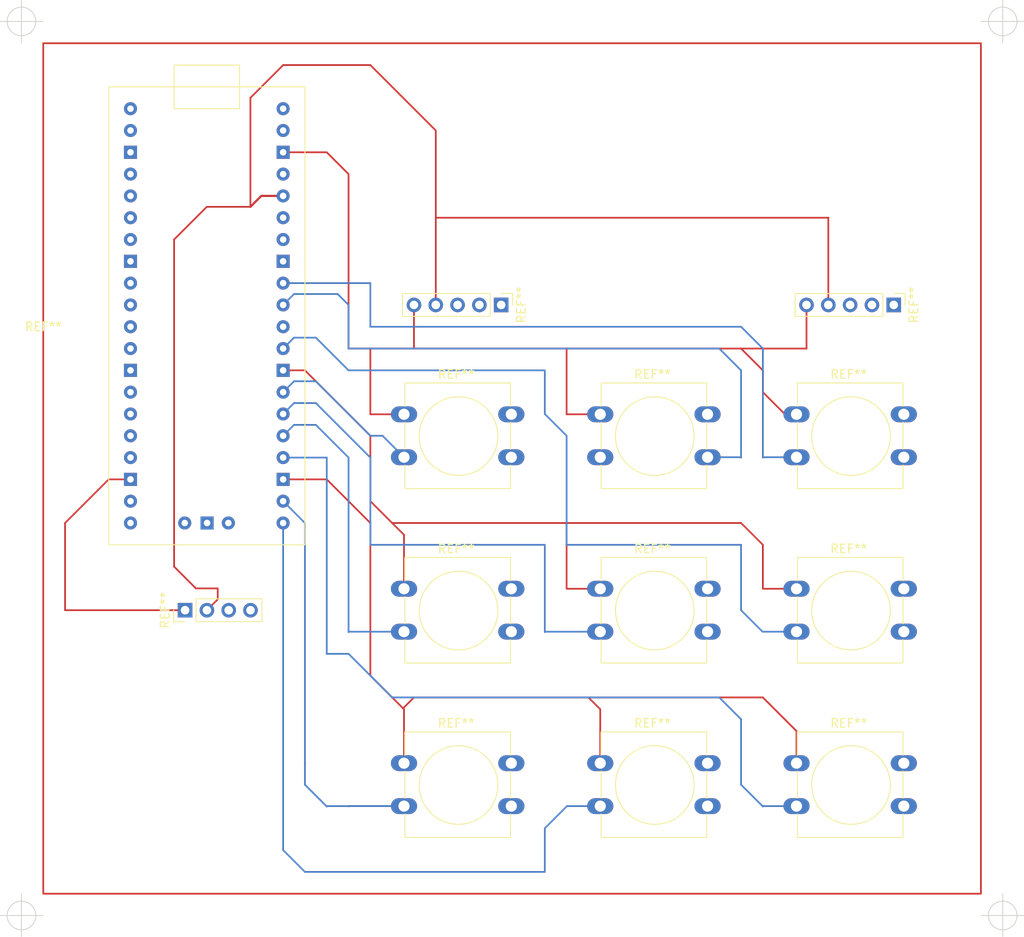
<source format=kicad_pcb>
(kicad_pcb (version 20211014) (generator pcbnew)
  (layers (0 "F.Cu" signal) (31 "B.Cu" signal) (34 "B.Paste" user) (35 "F.Paste" user) (36 "B.SilkS" user "B.Silkscreen") (37 "F.SilkS" user "F.Silkscreen") (38 "B.Mask" user) (39 "F.Mask" user) (44 "Edge.Cuts" user))
  (net 0 "")
  (footprint "Button_Switch_THT:SW_PUSH-12mm" (layer "F.Cu") (at 179.18 127.04)
    (fp_text reference "REF**" (at 6.08 -4.66) (layer "F.SilkS"))
    (fp_text value "SW_PUSH-12mm")
    (fp_line (start 0.1 -3.65) (end 12.4 -3.65) (layer "F.SilkS") (width 0.12))
    (fp_line (start 0.1 8.65) (end 0.1 5.93) (layer "F.SilkS") (width 0.12))
    (fp_line (start 12.4 -3.65) (end 12.4 -0.93) (layer "F.SilkS") (width 0.12))
    (fp_line (start 12.4 5.93) (end 12.4 8.65) (layer "F.SilkS") (width 0.12))
    (fp_line (start 0.1 -0.93) (end 0.1 -3.65) (layer "F.SilkS") (width 0.12))
    (fp_line (start 12.4 8.65) (end 0.1 8.65) (layer "F.SilkS") (width 0.12))
    (fp_line (start 0.1 4.07) (end 0.1 0.93) (layer "F.SilkS") (width 0.12))
    (fp_line (start 12.4 0.93) (end 12.4 4.07) (layer "F.SilkS") (width 0.12))
    (fp_circle (center 6.35 2.54) (end 10.16 5.08) (layer "F.SilkS") (width 0.12) (fill none))
    (pad "1" thru_hole oval (at 0 0) (size 3.048 1.85) (drill 1.3) (layers *.Cu *.Mask))
    (pad "1" thru_hole oval (at 12.5 0) (size 3.048 1.85) (drill 1.3) (layers *.Cu *.Mask))
    (pad "2" thru_hole oval (at 0 5) (size 3.048 1.85) (drill 1.3) (layers *.Cu *.Mask))
    (pad "2" thru_hole oval (at 12.5 5) (size 3.048 1.85) (drill 1.3) (layers *.Cu *.Mask))
  )
  (footprint "Button_Switch_THT:SW_PUSH-12mm" (layer "F.Cu") (at 133.46 86.4)
    (fp_text reference "REF**" (at 6.08 -4.66) (layer "F.SilkS"))
    (fp_text value "SW_PUSH-12mm")
    (fp_line (start 12.4 5.93) (end 12.4 8.65) (layer "F.SilkS") (width 0.12))
    (fp_line (start 0.1 8.65) (end 0.1 5.93) (layer "F.SilkS") (width 0.12))
    (fp_line (start 12.4 -3.65) (end 12.4 -0.93) (layer "F.SilkS") (width 0.12))
    (fp_line (start 0.1 4.07) (end 0.1 0.93) (layer "F.SilkS") (width 0.12))
    (fp_line (start 12.4 8.65) (end 0.1 8.65) (layer "F.SilkS") (width 0.12))
    (fp_line (start 0.1 -3.65) (end 12.4 -3.65) (layer "F.SilkS") (width 0.12))
    (fp_line (start 12.4 0.93) (end 12.4 4.07) (layer "F.SilkS") (width 0.12))
    (fp_line (start 0.1 -0.93) (end 0.1 -3.65) (layer "F.SilkS") (width 0.12))
    (fp_circle (center 6.35 2.54) (end 10.16 5.08) (layer "F.SilkS") (width 0.12) (fill none))
    (pad "1" thru_hole oval (at 0 0) (size 3.048 1.85) (drill 1.3) (layers *.Cu *.Mask))
    (pad "1" thru_hole oval (at 12.5 0) (size 3.048 1.85) (drill 1.3) (layers *.Cu *.Mask))
    (pad "2" thru_hole oval (at 0 5) (size 3.048 1.85) (drill 1.3) (layers *.Cu *.Mask))
    (pad "2" thru_hole oval (at 12.5 5) (size 3.048 1.85) (drill 1.3) (layers *.Cu *.Mask))
  )
  (footprint "Connector_PinHeader_2.54mm:PinHeader_1x04_P2.54mm_Vertical" (layer "F.Cu") (at 107.96 109.22 90)
    (fp_text reference "REF**" (at 0 -2.33 90) (layer "F.SilkS"))
    (fp_text value "Display")
    (fp_line (start -1.33 -1.33) (end 0 -1.33) (layer "F.SilkS") (width 0.12))
    (fp_line (start -1.33 0) (end -1.33 -1.33) (layer "F.SilkS") (width 0.12))
    (fp_line (start 1.33 1.27) (end 1.33 8.95) (layer "F.SilkS") (width 0.12))
    (fp_line (start -1.33 1.27) (end -1.33 8.95) (layer "F.SilkS") (width 0.12))
    (fp_line (start -1.33 1.27) (end 1.33 1.27) (layer "F.SilkS") (width 0.12))
    (fp_line (start -1.33 8.95) (end 1.33 8.95) (layer "F.SilkS") (width 0.12))
    (pad "1" thru_hole rect (at 0 0 90) (size 1.7 1.7) (drill 1) (layers *.Cu *.Mask))
    (pad "2" thru_hole oval (at 0 2.54 90) (size 1.7 1.7) (drill 1) (layers *.Cu *.Mask))
    (pad "3" thru_hole oval (at 0 5.08 90) (size 1.7 1.7) (drill 1) (layers *.Cu *.Mask))
    (pad "4" thru_hole oval (at 0 7.62 90) (size 1.7 1.7) (drill 1) (layers *.Cu *.Mask))
  )
  (footprint "Button_Switch_THT:SW_PUSH-12mm" (layer "F.Cu") (at 156.32 86.4)
    (fp_text reference "REF**" (at 6.08 -4.66) (layer "F.SilkS"))
    (fp_text value "SW_PUSH-12mm")
    (fp_line (start 12.4 -3.65) (end 12.4 -0.93) (layer "F.SilkS") (width 0.12))
    (fp_line (start 0.1 -3.65) (end 12.4 -3.65) (layer "F.SilkS") (width 0.12))
    (fp_line (start 12.4 5.93) (end 12.4 8.65) (layer "F.SilkS") (width 0.12))
    (fp_line (start 0.1 -0.93) (end 0.1 -3.65) (layer "F.SilkS") (width 0.12))
    (fp_line (start 0.1 8.65) (end 0.1 5.93) (layer "F.SilkS") (width 0.12))
    (fp_line (start 0.1 4.07) (end 0.1 0.93) (layer "F.SilkS") (width 0.12))
    (fp_line (start 12.4 0.93) (end 12.4 4.07) (layer "F.SilkS") (width 0.12))
    (fp_line (start 12.4 8.65) (end 0.1 8.65) (layer "F.SilkS") (width 0.12))
    (fp_circle (center 6.35 2.54) (end 10.16 5.08) (layer "F.SilkS") (width 0.12) (fill none))
    (pad "1" thru_hole oval (at 0 0) (size 3.048 1.85) (drill 1.3) (layers *.Cu *.Mask))
    (pad "1" thru_hole oval (at 12.5 0) (size 3.048 1.85) (drill 1.3) (layers *.Cu *.Mask))
    (pad "2" thru_hole oval (at 0 5) (size 3.048 1.85) (drill 1.3) (layers *.Cu *.Mask))
    (pad "2" thru_hole oval (at 12.5 5) (size 3.048 1.85) (drill 1.3) (layers *.Cu *.Mask))
  )
  (footprint "Button_Switch_THT:SW_PUSH-12mm" (layer "F.Cu") (at 133.46 106.72)
    (fp_text reference "REF**" (at 6.08 -4.66) (layer "F.SilkS"))
    (fp_text value "SW_PUSH-12mm")
    (fp_line (start 0.1 -0.93) (end 0.1 -3.65) (layer "F.SilkS") (width 0.12))
    (fp_line (start 12.4 5.93) (end 12.4 8.65) (layer "F.SilkS") (width 0.12))
    (fp_line (start 0.1 -3.65) (end 12.4 -3.65) (layer "F.SilkS") (width 0.12))
    (fp_line (start 12.4 0.93) (end 12.4 4.07) (layer "F.SilkS") (width 0.12))
    (fp_line (start 0.1 8.65) (end 0.1 5.93) (layer "F.SilkS") (width 0.12))
    (fp_line (start 12.4 8.65) (end 0.1 8.65) (layer "F.SilkS") (width 0.12))
    (fp_line (start 0.1 4.07) (end 0.1 0.93) (layer "F.SilkS") (width 0.12))
    (fp_line (start 12.4 -3.65) (end 12.4 -0.93) (layer "F.SilkS") (width 0.12))
    (fp_circle (center 6.35 2.54) (end 10.16 5.08) (layer "F.SilkS") (width 0.12) (fill none))
    (pad "1" thru_hole oval (at 12.5 0) (size 3.048 1.85) (drill 1.3) (layers *.Cu *.Mask))
    (pad "1" thru_hole oval (at 0 0) (size 3.048 1.85) (drill 1.3) (layers *.Cu *.Mask))
    (pad "2" thru_hole oval (at 0 5) (size 3.048 1.85) (drill 1.3) (layers *.Cu *.Mask))
    (pad "2" thru_hole oval (at 12.5 5) (size 3.048 1.85) (drill 1.3) (layers *.Cu *.Mask))
  )
  (footprint "Button_Switch_THT:SW_PUSH-12mm" (layer "F.Cu") (at 179.18 86.4)
    (fp_text reference "REF**" (at 6.08 -4.66) (layer "F.SilkS"))
    (fp_text value "SW_PUSH-12mm")
    (fp_line (start 0.1 8.65) (end 0.1 5.93) (layer "F.SilkS") (width 0.12))
    (fp_line (start 0.1 -3.65) (end 12.4 -3.65) (layer "F.SilkS") (width 0.12))
    (fp_line (start 12.4 -3.65) (end 12.4 -0.93) (layer "F.SilkS") (width 0.12))
    (fp_line (start 12.4 0.93) (end 12.4 4.07) (layer "F.SilkS") (width 0.12))
    (fp_line (start 0.1 -0.93) (end 0.1 -3.65) (layer "F.SilkS") (width 0.12))
    (fp_line (start 12.4 5.93) (end 12.4 8.65) (layer "F.SilkS") (width 0.12))
    (fp_line (start 0.1 4.07) (end 0.1 0.93) (layer "F.SilkS") (width 0.12))
    (fp_line (start 12.4 8.65) (end 0.1 8.65) (layer "F.SilkS") (width 0.12))
    (fp_circle (center 6.35 2.54) (end 10.16 5.08) (layer "F.SilkS") (width 0.12) (fill none))
    (pad "1" thru_hole oval (at 12.5 0) (size 3.048 1.85) (drill 1.3) (layers *.Cu *.Mask))
    (pad "1" thru_hole oval (at 0 0) (size 3.048 1.85) (drill 1.3) (layers *.Cu *.Mask))
    (pad "2" thru_hole oval (at 0 5) (size 3.048 1.85) (drill 1.3) (layers *.Cu *.Mask))
    (pad "2" thru_hole oval (at 12.5 5) (size 3.048 1.85) (drill 1.3) (layers *.Cu *.Mask))
  )
  (footprint "Button_Switch_THT:SW_PUSH-12mm" (layer "F.Cu") (at 133.46 127.04)
    (fp_text reference "REF**" (at 6.08 -4.66) (layer "F.SilkS"))
    (fp_text value "SW_PUSH-12mm")
    (fp_line (start 12.4 0.93) (end 12.4 4.07) (layer "F.SilkS") (width 0.12))
    (fp_line (start 12.4 -3.65) (end 12.4 -0.93) (layer "F.SilkS") (width 0.12))
    (fp_line (start 0.1 4.07) (end 0.1 0.93) (layer "F.SilkS") (width 0.12))
    (fp_line (start 0.1 8.65) (end 0.1 5.93) (layer "F.SilkS") (width 0.12))
    (fp_line (start 0.1 -3.65) (end 12.4 -3.65) (layer "F.SilkS") (width 0.12))
    (fp_line (start 12.4 8.65) (end 0.1 8.65) (layer "F.SilkS") (width 0.12))
    (fp_line (start 0.1 -0.93) (end 0.1 -3.65) (layer "F.SilkS") (width 0.12))
    (fp_line (start 12.4 5.93) (end 12.4 8.65) (layer "F.SilkS") (width 0.12))
    (fp_circle (center 6.35 2.54) (end 10.16 5.08) (layer "F.SilkS") (width 0.12) (fill none))
    (pad "1" thru_hole oval (at 0 0) (size 3.048 1.85) (drill 1.3) (layers *.Cu *.Mask))
    (pad "1" thru_hole oval (at 12.5 0) (size 3.048 1.85) (drill 1.3) (layers *.Cu *.Mask))
    (pad "2" thru_hole oval (at 12.5 5) (size 3.048 1.85) (drill 1.3) (layers *.Cu *.Mask))
    (pad "2" thru_hole oval (at 0 5) (size 3.048 1.85) (drill 1.3) (layers *.Cu *.Mask))
  )
  (footprint "Connector_PinHeader_2.54mm:PinHeader_1x05_P2.54mm_Vertical" (layer "F.Cu") (at 190.505 73.66 -90)
    (fp_text reference "REF**" (at 0 -2.33 90) (layer "F.SilkS"))
    (fp_text value "Encoder1")
    (fp_line (start -1.33 1.27) (end 1.33 1.27) (layer "F.SilkS") (width 0.12))
    (fp_line (start 1.33 1.27) (end 1.33 11.49) (layer "F.SilkS") (width 0.12))
    (fp_line (start -1.33 11.49) (end 1.33 11.49) (layer "F.SilkS") (width 0.12))
    (fp_line (start -1.33 1.27) (end -1.33 11.49) (layer "F.SilkS") (width 0.12))
    (fp_line (start -1.33 0) (end -1.33 -1.33) (layer "F.SilkS") (width 0.12))
    (fp_line (start -1.33 -1.33) (end 0 -1.33) (layer "F.SilkS") (width 0.12))
    (pad "1" thru_hole rect (at 0 0 270) (size 1.7 1.7) (drill 1) (layers *.Cu *.Mask))
    (pad "2" thru_hole oval (at 0 2.54 270) (size 1.7 1.7) (drill 1) (layers *.Cu *.Mask))
    (pad "3" thru_hole oval (at 0 5.08 270) (size 1.7 1.7) (drill 1) (layers *.Cu *.Mask))
    (pad "4" thru_hole oval (at 0 7.62 270) (size 1.7 1.7) (drill 1) (layers *.Cu *.Mask))
    (pad "5" thru_hole oval (at 0 10.16 270) (size 1.7 1.7) (drill 1) (layers *.Cu *.Mask))
  )
  (footprint "Button_Switch_THT:SW_PUSH-12mm" (layer "F.Cu") (at 179.18 106.72)
    (fp_text reference "REF**" (at 6.08 -4.66) (layer "F.SilkS"))
    (fp_text value "SW_PUSH-12mm")
    (fp_line (start 0.1 8.65) (end 0.1 5.93) (layer "F.SilkS") (width 0.12))
    (fp_line (start 12.4 8.65) (end 0.1 8.65) (layer "F.SilkS") (width 0.12))
    (fp_line (start 0.1 4.07) (end 0.1 0.93) (layer "F.SilkS") (width 0.12))
    (fp_line (start 0.1 -3.65) (end 12.4 -3.65) (layer "F.SilkS") (width 0.12))
    (fp_line (start 0.1 -0.93) (end 0.1 -3.65) (layer "F.SilkS") (width 0.12))
    (fp_line (start 12.4 -3.65) (end 12.4 -0.93) (layer "F.SilkS") (width 0.12))
    (fp_line (start 12.4 5.93) (end 12.4 8.65) (layer "F.SilkS") (width 0.12))
    (fp_line (start 12.4 0.93) (end 12.4 4.07) (layer "F.SilkS") (width 0.12))
    (fp_circle (center 6.35 2.54) (end 10.16 5.08) (layer "F.SilkS") (width 0.12) (fill none))
    (pad "1" thru_hole oval (at 12.5 0) (size 3.048 1.85) (drill 1.3) (layers *.Cu *.Mask))
    (pad "1" thru_hole oval (at 0 0) (size 3.048 1.85) (drill 1.3) (layers *.Cu *.Mask))
    (pad "2" thru_hole oval (at 12.5 5) (size 3.048 1.85) (drill 1.3) (layers *.Cu *.Mask))
    (pad "2" thru_hole oval (at 0 5) (size 3.048 1.85) (drill 1.3) (layers *.Cu *.Mask))
  )
  (footprint "Button_Switch_THT:SW_PUSH-12mm" (layer "F.Cu") (at 156.32 106.72)
    (fp_text reference "REF**" (at 6.08 -4.66) (layer "F.SilkS"))
    (fp_text value "SW_PUSH-12mm")
    (fp_line (start 12.4 8.65) (end 0.1 8.65) (layer "F.SilkS") (width 0.12))
    (fp_line (start 12.4 5.93) (end 12.4 8.65) (layer "F.SilkS") (width 0.12))
    (fp_line (start 12.4 0.93) (end 12.4 4.07) (layer "F.SilkS") (width 0.12))
    (fp_line (start 0.1 -3.65) (end 12.4 -3.65) (layer "F.SilkS") (width 0.12))
    (fp_line (start 0.1 8.65) (end 0.1 5.93) (layer "F.SilkS") (width 0.12))
    (fp_line (start 12.4 -3.65) (end 12.4 -0.93) (layer "F.SilkS") (width 0.12))
    (fp_line (start 0.1 -0.93) (end 0.1 -3.65) (layer "F.SilkS") (width 0.12))
    (fp_line (start 0.1 4.07) (end 0.1 0.93) (layer "F.SilkS") (width 0.12))
    (fp_circle (center 6.35 2.54) (end 10.16 5.08) (layer "F.SilkS") (width 0.12) (fill none))
    (pad "1" thru_hole oval (at 0 0) (size 3.048 1.85) (drill 1.3) (layers *.Cu *.Mask))
    (pad "1" thru_hole oval (at 12.5 0) (size 3.048 1.85) (drill 1.3) (layers *.Cu *.Mask))
    (pad "2" thru_hole oval (at 0 5) (size 3.048 1.85) (drill 1.3) (layers *.Cu *.Mask))
    (pad "2" thru_hole oval (at 12.5 5) (size 3.048 1.85) (drill 1.3) (layers *.Cu *.Mask))
  )
  (footprint "Connector:Raspberry Pico" (layer "F.Cu") (at 101.6 78.74)
    (fp_text reference "REF**" (at -10.16 -2.54 unlocked) (layer "F.SilkS"))
    (fp_text value "Raspberry Pico")
    (fp_rect (start 5.08 -33.02) (end 12.7 -27.94) (layer "F.SilkS") (width 0.12) (fill none))
    (fp_rect (start -2.54 -30.48) (end 20.32 22.86) (layer "F.SilkS") (width 0.12) (fill none))
    (fp_circle (center 12.7 -30.48) (end 12.7 -30.48) (layer "F.SilkS") (width 0.12) (fill none))
    (pad "1" thru_hole circle (at 0 -27.94) (size 1.524 1.524) (drill 0.762) (layers *.Cu *.Mask))
    (pad "2" thru_hole circle (at 0 -25.4) (size 1.524 1.524) (drill 0.762) (layers *.Cu *.Mask))
    (pad "3" thru_hole rect (at 0 -22.86) (size 1.524 1.524) (drill 0.762) (layers *.Cu *.Mask))
    (pad "4" thru_hole circle (at 0 -20.32) (size 1.524 1.524) (drill 0.762) (layers *.Cu *.Mask))
    (pad "5" thru_hole circle (at 0 -17.78) (size 1.524 1.524) (drill 0.762) (layers *.Cu *.Mask))
    (pad "6" thru_hole circle (at 0 -15.24) (size 1.524 1.524) (drill 0.762) (layers *.Cu *.Mask))
    (pad "7" thru_hole circle (at 0 -12.7) (size 1.524 1.524) (drill 0.762) (layers *.Cu *.Mask))
    (pad "8" thru_hole rect (at 0 -10.16) (size 1.524 1.524) (drill 0.762) (layers *.Cu *.Mask))
    (pad "9" thru_hole circle (at 0 -7.62) (size 1.524 1.524) (drill 0.762) (layers *.Cu *.Mask))
    (pad "10" thru_hole circle (at 0 -5.08) (size 1.524 1.524) (drill 0.762) (layers *.Cu *.Mask))
    (pad "11" thru_hole circle (at 0 -2.54) (size 1.524 1.524) (drill 0.762) (layers *.Cu *.Mask))
    (pad "12" thru_hole circle (at 0 0) (size 1.524 1.524) (drill 0.762) (layers *.Cu *.Mask))
    (pad "13" thru_hole rect (at 0 2.54) (size 1.524 1.524) (drill 0.762) (layers *.Cu *.Mask))
    (pad "14" thru_hole circle (at 0 5.08) (size 1.524 1.524) (drill 0.762) (layers *.Cu *.Mask))
    (pad "15" thru_hole circle (at 0 7.62) (size 1.524 1.524) (drill 0.762) (layers *.Cu *.Mask))
    (pad "16" thru_hole circle (at 0 10.16) (size 1.524 1.524) (drill 0.762) (layers *.Cu *.Mask))
    (pad "17" thru_hole circle (at 0 12.7) (size 1.524 1.524) (drill 0.762) (layers *.Cu *.Mask))
    (pad "18" thru_hole rect (at 0 15.24) (size 1.524 1.524) (drill 0.762) (layers *.Cu *.Mask))
    (pad "19" thru_hole circle (at 0 17.78) (size 1.524 1.524) (drill 0.762) (layers *.Cu *.Mask))
    (pad "19" thru_hole circle (at 0 20.32) (size 1.524 1.524) (drill 0.762) (layers *.Cu *.Mask))
    (pad "20" thru_hole circle (at 17.78 -27.94) (size 1.524 1.524) (drill 0.762) (layers *.Cu *.Mask))
    (pad "21" thru_hole circle (at 17.78 -25.4) (size 1.524 1.524) (drill 0.762) (layers *.Cu *.Mask))
    (pad "22" thru_hole rect (at 17.78 -22.86) (size 1.524 1.524) (drill 0.762) (layers *.Cu *.Mask))
    (pad "23" thru_hole circle (at 17.78 -20.32) (size 1.524 1.524) (drill 0.762) (layers *.Cu *.Mask))
    (pad "24" thru_hole circle (at 17.78 -17.78) (size 1.524 1.524) (drill 0.762) (layers *.Cu *.Mask))
    (pad "25" thru_hole circle (at 17.78 -15.24) (size 1.524 1.524) (drill 0.762) (layers *.Cu *.Mask))
    (pad "26" thru_hole circle (at 17.78 -12.7) (size 1.524 1.524) (drill 0.762) (layers *.Cu *.Mask))
    (pad "27" thru_hole rect (at 17.78 -10.16) (size 1.524 1.524) (drill 0.762) (layers *.Cu *.Mask))
    (pad "28" thru_hole circle (at 17.78 -7.62) (size 1.524 1.524) (drill 0.762) (layers *.Cu *.Mask))
    (pad "29" thru_hole circle (at 17.78 -5.08) (size 1.524 1.524) (drill 0.762) (layers *.Cu *.Mask))
    (pad "30" thru_hole circle (at 17.78 -2.54) (size 1.524 1.524) (drill 0.762) (layers *.Cu *.Mask))
    (pad "31" thru_hole circle (at 17.78 0) (size 1.524 1.524) (drill 0.762) (layers *.Cu *.Mask))
    (pad "32" thru_hole circle (at 17.78 5.08) (size 1.524 1.524) (drill 0.762) (layers *.Cu *.Mask))
    (pad "33" thru_hole rect (at 17.78 2.54) (size 1.524 1.524) (drill 0.762) (layers *.Cu *.Mask))
    (pad "34" thru_hole circle (at 17.78 7.62) (size 1.524 1.524) (drill 0.762) (layers *.Cu *.Mask))
    (pad "35" thru_hole circle (at 17.78 10.16) (size 1.524 1.524) (drill 0.762) (layers *.Cu *.Mask))
    (pad "36" thru_hole circle (at 17.78 12.7) (size 1.524 1.524) (drill 0.762) (layers *.Cu *.Mask))
    (pad "37" thru_hole rect (at 17.78 15.24) (size 1.524 1.524) (drill 0.762) (layers *.Cu *.Mask))
    (pad "38" thru_hole circle (at 17.78 17.78) (size 1.524 1.524) (drill 0.762) (layers *.Cu *.Mask))
    (pad "38" thru_hole circle (at 17.78 20.32) (size 1.524 1.524) (drill 0.762) (layers *.Cu *.Mask))
    (pad "39" thru_hole rect (at 8.92 20.32) (size 1.524 1.524) (drill 0.762) (layers *.Cu *.Mask))
    (pad "40" thru_hole circle (at 6.32 20.32) (size 1.524 1.524) (drill 0.762) (layers *.Cu *.Mask))
    (pad "41" thru_hole circle (at 11.4 20.32) (size 1.524 1.524) (drill 0.762) (layers *.Cu *.Mask))
  )
  (footprint "Button_Switch_THT:SW_PUSH-12mm" (layer "F.Cu") (at 156.32 127.04)
    (fp_text reference "REF**" (at 6.08 -4.66) (layer "F.SilkS"))
    (fp_text value "SW_PUSH-12mm")
    (fp_line (start 12.4 5.93) (end 12.4 8.65) (layer "F.SilkS") (width 0.12))
    (fp_line (start 12.4 -3.65) (end 12.4 -0.93) (layer "F.SilkS") (width 0.12))
    (fp_line (start 0.1 -3.65) (end 12.4 -3.65) (layer "F.SilkS") (width 0.12))
    (fp_line (start 12.4 8.65) (end 0.1 8.65) (layer "F.SilkS") (width 0.12))
    (fp_line (start 0.1 -0.93) (end 0.1 -3.65) (layer "F.SilkS") (width 0.12))
    (fp_line (start 0.1 8.65) (end 0.1 5.93) (layer "F.SilkS") (width 0.12))
    (fp_line (start 0.1 4.07) (end 0.1 0.93) (layer "F.SilkS") (width 0.12))
    (fp_line (start 12.4 0.93) (end 12.4 4.07) (layer "F.SilkS") (width 0.12))
    (fp_circle (center 6.35 2.54) (end 10.16 5.08) (layer "F.SilkS") (width 0.12) (fill none))
    (pad "1" thru_hole oval (at 0 0) (size 3.048 1.85) (drill 1.3) (layers *.Cu *.Mask))
    (pad "1" thru_hole oval (at 12.5 0) (size 3.048 1.85) (drill 1.3) (layers *.Cu *.Mask))
    (pad "2" thru_hole oval (at 0 5) (size 3.048 1.85) (drill 1.3) (layers *.Cu *.Mask))
    (pad "2" thru_hole oval (at 12.5 5) (size 3.048 1.85) (drill 1.3) (layers *.Cu *.Mask))
  )
  (footprint "Connector_PinHeader_2.54mm:PinHeader_1x05_P2.54mm_Vertical" (layer "F.Cu") (at 144.78 73.66 -90)
    (fp_text reference "REF**" (at 0 -2.33 90) (layer "F.SilkS"))
    (fp_text value "Encoder0")
    (fp_line (start 1.33 1.27) (end 1.33 11.49) (layer "F.SilkS") (width 0.12))
    (fp_line (start -1.33 11.49) (end 1.33 11.49) (layer "F.SilkS") (width 0.12))
    (fp_line (start -1.33 0) (end -1.33 -1.33) (layer "F.SilkS") (width 0.12))
    (fp_line (start -1.33 1.27) (end 1.33 1.27) (layer "F.SilkS") (width 0.12))
    (fp_line (start -1.33 1.27) (end -1.33 11.49) (layer "F.SilkS") (width 0.12))
    (fp_line (start -1.33 -1.33) (end 0 -1.33) (layer "F.SilkS") (width 0.12))
    (pad "1" thru_hole rect (at 0 0 270) (size 1.7 1.7) (drill 1) (layers *.Cu *.Mask))
    (pad "2" thru_hole oval (at 0 2.54 270) (size 1.7 1.7) (drill 1) (layers *.Cu *.Mask))
    (pad "3" thru_hole oval (at 0 5.08 270) (size 1.7 1.7) (drill 1) (layers *.Cu *.Mask))
    (pad "4" thru_hole oval (at 0 7.62 270) (size 1.7 1.7) (drill 1) (layers *.Cu *.Mask))
    (pad "5" thru_hole oval (at 0 10.16 270) (size 1.7 1.7) (drill 1) (layers *.Cu *.Mask))
  )
  (gr_rect (start 91.44 43.18) (end 200.66 142.24) (layer "F.Cu") (width 0.2) (fill none))
  (target plus (at 88.9 144.78) (size 5) (width 0.1) (layer "Edge.Cuts"))
  (target plus (at 203.2 144.78) (size 5) (width 0.1) (layer "Edge.Cuts"))
  (target plus (at 203.2 40.64) (size 5) (width 0.1) (layer "Edge.Cuts"))
  (target plus (at 88.9 40.64) (size 5) (width 0.1) (layer "Edge.Cuts"))
  (segment (start 132.08 99.06) (end 152.4 99.06) (width 0.2) (layer "F.Cu") (net 0))
  (segment (start 133.46 120.76) (end 133.46 127.04) (width 0.2) (layer "F.Cu") (net 0))
  (segment (start 175.3 106.72) (end 179.18 106.72) (width 0.2) (layer "F.Cu") (net 0))
  (segment (start 179.18 123.3) (end 179.18 127.04) (width 0.2) (layer "F.Cu") (net 0))
  (segment (start 172.72 99.06) (end 175.26 101.6) (width 0.2) (layer "F.Cu") (net 0))
  (segment (start 106.68 104.14) (end 109.22 106.68) (width 0.2) (layer "F.Cu") (net 0))
  (segment (start 127 58.42) (end 124.46 55.88) (width 0.2) (layer "F.Cu") (net 0))
  (segment (start 175.26 81.28) (end 175.26 83.82) (width 0.2) (layer "F.Cu") (net 0))
  (segment (start 134.62 78.74) (end 152.4 78.74) (width 0.2) (layer "F.Cu") (net 0))
  (segment (start 119.38 60.96) (end 116.84 60.96) (width 0.25) (layer "F.Cu") (net 0))
  (segment (start 109.22 106.68) (end 111.76 106.68) (width 0.2) (layer "F.Cu") (net 0))
  (segment (start 129.54 88.9) (end 129.54 96.52) (width 0.2) (layer "F.Cu") (net 0))
  (segment (start 152.4 78.74) (end 172.72 78.74) (width 0.2) (layer "F.Cu") (net 0))
  (segment (start 115.57 62.23) (end 115.57 49.53) (width 0.2) (layer "F.Cu") (net 0))
  (segment (start 172.72 78.74) (end 180.34 78.74) (width 0.2) (layer "F.Cu") (net 0))
  (segment (start 127 58.42) (end 127 78.74) (width 0.2) (layer "F.Cu") (net 0))
  (segment (start 115.57 62.23) (end 110.49 62.23) (width 0.2) (layer "F.Cu") (net 0))
  (segment (start 152.4 86.36) (end 152.44 86.4) (width 0.2) (layer "F.Cu") (net 0))
  (segment (start 175.26 119.38) (end 179.18 123.3) (width 0.2) (layer "F.Cu") (net 0))
  (segment (start 182.88 63.5) (end 182.885 63.505) (width 0.2) (layer "F.Cu") (net 0))
  (segment (start 152.44 86.4) (end 156.32 86.4) (width 0.2) (layer "F.Cu") (net 0))
  (segment (start 106.68 66.04) (end 106.68 104.14) (width 0.2) (layer "F.Cu") (net 0))
  (segment (start 152.4 99.06) (end 152.4 106.68) (width 0.2) (layer "F.Cu") (net 0))
  (segment (start 133.35 120.65) (end 133.46 120.76) (width 0.2) (layer "F.Cu") (net 0))
  (segment (start 133.46 100.44) (end 133.46 106.72) (width 0.2) (layer "F.Cu") (net 0))
  (segment (start 110.49 62.23) (end 106.68 66.04) (width 0.2) (layer "F.Cu") (net 0))
  (segment (start 93.98 109.22) (end 107.96 109.22) (width 0.2) (layer "F.Cu") (net 0))
  (segment (start 129.54 99.06) (end 124.46 93.98) (width 0.2) (layer "F.Cu") (net 0))
  (segment (start 111.76 107.96) (end 110.5 109.22) (width 0.2) (layer "F.Cu") (net 0))
  (segment (start 175.26 101.6) (end 175.26 106.68) (width 0.2) (layer "F.Cu") (net 0))
  (segment (start 154.94 119.38) (end 175.26 119.38) (width 0.2) (layer "F.Cu") (net 0))
  (segment (start 156.32 120.76) (end 156.32 127.04) (width 0.2) (layer "F.Cu") (net 0))
  (segment (start 152.4 78.74) (end 152.4 86.36) (width 0.2) (layer "F.Cu") (net 0))
  (segment (start 175.26 106.68) (end 175.3 106.72) (width 0.2) (layer "F.Cu") (net 0))
  (segment (start 129.54 99.06) (end 129.54 116.84) (width 0.2) (layer "F.Cu") (net 0))
  (segment (start 134.62 78.74) (end 134.62 73.66) (width 0.2) (layer "F.Cu") (net 0))
  (segment (start 172.72 78.74) (end 175.26 81.28) (width 0.2) (layer "F.Cu") (net 0))
  (segment (start 93.98 99.06) (end 93.98 109.22) (width 0.2) (layer "F.Cu") (net 0))
  (segment (start 115.57 49.53) (end 119.38 45.72) (width 0.2) (layer "F.Cu") (net 0))
  (segment (start 180.34 78.74) (end 180.345 78.735) (width 0.2) (layer "F.Cu") (net 0))
  (segment (start 93.98 99.06) (end 99.06 93.98) (width 0.2) (layer "F.Cu") (net 0))
  (segment (start 152.44 106.72) (end 156.32 106.72) (width 0.2) (layer "F.Cu") (net 0))
  (segment (start 119.38 45.72) (end 129.54 45.72) (width 0.2) (layer "F.Cu") (net 0))
  (segment (start 124.46 93.98) (end 119.38 93.98) (width 0.2) (layer "F.Cu") (net 0))
  (segment (start 129.54 96.52) (end 132.08 99.06) (width 0.2) (layer "F.Cu") (net 0))
  (segment (start 180.345 78.735) (end 180.345 73.66) (width 0.2) (layer "F.Cu") (net 0))
  (segment (start 134.62 119.38) (end 154.94 119.38) (width 0.2) (layer "F.Cu") (net 0))
  (segment (start 137.16 63.5) (end 182.88 63.5) (width 0.2) (layer "F.Cu") (net 0))
  (segment (start 99.06 93.98) (end 101.6 93.98) (width 0.2) (layer "F.Cu") (net 0))
  (segment (start 152.4 99.06) (end 172.72 99.06) (width 0.2) (layer "F.Cu") (net 0))
  (segment (start 129.54 78.74) (end 134.62 78.74) (width 0.2) (layer "F.Cu") (net 0))
  (segment (start 111.76 106.68) (end 111.76 107.96) (width 0.2) (layer "F.Cu") (net 0))
  (segment (start 152.4 106.68) (end 152.44 106.72) (width 0.2) (layer "F.Cu") (net 0))
  (segment (start 182.885 63.505) (end 182.885 73.66) (width 0.2) (layer "F.Cu") (net 0))
  (segment (start 129.54 78.74) (end 129.54 86.36) (width 0.2) (layer "F.Cu") (net 0))
  (segment (start 137.16 63.5) (end 137.16 73.66) (width 0.2) (layer "F.Cu") (net 0))
  (segment (start 129.54 116.84) (end 133.35 120.65) (width 0.2) (layer "F.Cu") (net 0))
  (segment (start 121.92 81.28) (end 129.54 88.9) (width 0.2) (layer "F.Cu") (net 0))
  (segment (start 116.84 60.96) (end 115.57 62.23) (width 0.25) (layer "F.Cu") (net 0))
  (segment (start 137.16 53.34) (end 137.16 63.5) (width 0.2) (layer "F.Cu") (net 0))
  (segment (start 129.54 86.36) (end 129.58 86.4) (width 0.2) (layer "F.Cu") (net 0))
  (segment (start 127 78.74) (end 129.54 78.74) (width 0.2) (layer "F.Cu") (net 0))
  (segment (start 124.46 55.88) (end 119.38 55.88) (width 0.2) (layer "F.Cu") (net 0))
  (segment (start 154.94 119.38) (end 156.32 120.76) (width 0.2) (layer "F.Cu") (net 0))
  (segment (start 133.35 120.65) (end 134.62 119.38) (width 0.2) (layer "F.Cu") (net 0))
  (segment (start 177.84 86.4) (end 179.18 86.4) (width 0.2) (layer "F.Cu") (net 0))
  (segment (start 175.26 83.82) (end 177.84 86.4) (width 0.2) (layer "F.Cu") (net 0))
  (segment (start 119.38 81.28) (end 121.92 81.28) (width 0.2) (layer "F.Cu") (net 0))
  (segment (start 129.54 45.72) (end 137.16 53.34) (width 0.2) (layer "F.Cu") (net 0))
  (segment (start 129.58 86.4) (end 133.46 86.4) (width 0.2) (layer "F.Cu") (net 0))
  (segment (start 132.08 99.06) (end 133.46 100.44) (width 0.2) (layer "F.Cu") (net 0))
  (segment (start 127.04 132.04) (end 127 132.08) (width 0.2) (layer "B.Cu") (net 0))
  (segment (start 172.72 81.28) (end 170.18 78.74) (width 0.2) (layer "B.Cu") (net 0))
  (segment (start 124.46 91.44) (end 119.38 91.44) (width 0.2) (layer "B.Cu") (net 0))
  (segment (start 175.26 91.44) (end 175.3 91.4) (width 0.2) (layer "B.Cu") (net 0))
  (segment (start 124.46 114.3) (end 124.46 91.44) (width 0.2) (layer "B.Cu") (net 0))
  (segment (start 129.54 76.2) (end 172.72 76.2) (width 0.2) (layer "B.Cu") (net 0))
  (segment (start 129.54 101.6) (end 129.54 91.44) (width 0.2) (layer "B.Cu") (net 0))
  (segment (start 172.72 109.22) (end 172.72 101.6) (width 0.2) (layer "B.Cu") (net 0))
  (segment (start 119.38 86.36) (end 120.65 85.09) (width 0.2) (layer "B.Cu") (net 0))
  (segment (start 149.86 86.36) (end 149.86 81.28) (width 0.2) (layer "B.Cu") (net 0))
  (segment (start 149.86 111.76) (end 149.86 101.6) (width 0.2) (layer "B.Cu") (net 0))
  (segment (start 123.19 82.55) (end 129.54 88.9) (width 0.2) (layer "B.Cu") (net 0))
  (segment (start 133.46 132.04) (end 127.04 132.04) (width 0.2) (layer "B.Cu") (net 0))
  (segment (start 127 91.44) (end 123.19 87.63) (width 0.2) (layer "B.Cu") (net 0))
  (segment (start 172.72 91.44) (end 172.72 81.28) (width 0.2) (layer "B.Cu") (net 0))
  (segment (start 172.72 76.2) (end 175.26 78.74) (width 0.2) (layer "B.Cu") (net 0))
  (segment (start 175.3 91.4) (end 179.18 91.4) (width 0.2) (layer "B.Cu") (net 0))
  (segment (start 127 81.28) (end 123.19 77.47) (width 0.2) (layer "B.Cu") (net 0))
  (segment (start 120.65 77.47) (end 119.38 78.74) (width 0.2) (layer "B.Cu") (net 0))
  (segment (start 149.86 139.7) (end 121.92 139.7) (width 0.2) (layer "B.Cu") (net 0))
  (segment (start 156.32 132.04) (end 152.44 132.04) (width 0.2) (layer "B.Cu") (net 0))
  (segment (start 129.54 71.12) (end 129.54 76.2) (width 0.2) (layer "B.Cu") (net 0))
  (segment (start 179.18 111.72) (end 175.22 111.72) (width 0.2) (layer "B.Cu") (net 0))
  (segment (start 119.38 137.16) (end 119.38 99.06) (width 0.2) (layer "B.Cu") (net 0))
  (segment (start 124.5 132.04) (end 133.46 132.04) (width 0.2) (layer "B.Cu") (net 0))
  (segment (start 152.44 132.04) (end 149.86 134.62) (width 0.2) (layer "B.Cu") (net 0))
  (segment (start 121.92 139.7) (end 119.38 137.16) (width 0.2) (layer "B.Cu") (net 0))
  (segment (start 119.38 83.82) (end 120.65 82.55) (width 0.2) (layer "B.Cu") (net 0))
  (segment (start 179.18 132.04) (end 175.3 132.04) (width 0.2) (layer "B.Cu") (net 0))
  (segment (start 152.4 88.9) (end 149.86 86.36) (width 0.2) (layer "B.Cu") (net 0))
  (segment (start 175.26 132.08) (end 172.72 129.54) (width 0.2) (layer "B.Cu") (net 0))
  (segment (start 127 111.76) (end 127 91.44) (width 0.2) (layer "B.Cu") (net 0))
  (segment (start 156.32 111.72) (end 149.9 111.72) (width 0.2) (layer "B.Cu") (net 0))
  (segment (start 127 111.76) (end 127.04 111.72) (width 0.2) (layer "B.Cu") (net 0))
  (segment (start 170.18 78.74) (end 127 78.74) (width 0.2) (layer "B.Cu") (net 0))
  (segment (start 121.92 99.06) (end 119.38 96.52) (width 0.2) (layer "B.Cu") (net 0))
  (segment (start 123.19 77.47) (end 120.65 77.47) (width 0.2) (layer "B.Cu") (net 0))
  (segment (start 133.46 91.4) (end 130.96 88.9) (width 0.2) (layer "B.Cu") (net 0))
  (segment (start 149.9 111.72) (end 149.86 111.76) (width 0.2) (layer "B.Cu") (net 0))
  (segment (start 123.19 85.09) (end 120.65 85.09) (width 0.2) (layer "B.Cu") (net 0))
  (segment (start 123.19 82.55) (end 120.65 82.55) (width 0.2) (layer "B.Cu") (net 0))
  (segment (start 127 114.3) (end 124.46 114.3) (width 0.2) (layer "B.Cu") (net 0))
  (segment (start 149.86 81.28) (end 127 81.28) (width 0.2) (layer "B.Cu") (net 0))
  (segment (start 121.92 129.54) (end 121.92 127) (width 0.2) (layer "B.Cu") (net 0))
  (segment (start 125.73 72.39) (end 120.65 72.39) (width 0.2) (layer "B.Cu") (net 0))
  (segment (start 124.46 132.08) (end 121.92 129.54) (width 0.2) (layer "B.Cu") (net 0))
  (segment (start 168.82 91.4) (end 172.68 91.4) (width 0.2) (layer "B.Cu") (net 0))
  (segment (start 127.04 111.72) (end 133.46 111.72) (width 0.2) (layer "B.Cu") (net 0))
  (segment (start 149.86 101.6) (end 129.54 101.6) (width 0.2) (layer "B.Cu") (net 0))
  (segment (start 172.68 91.4) (end 172.72 91.44) (width 0.2) (layer "B.Cu") (net 0))
  (segment (start 172.72 121.92) (end 170.18 119.38) (width 0.2) (layer "B.Cu") (net 0))
  (segment (start 123.19 87.63) (end 120.65 87.63) (width 0.2) (layer "B.Cu") (net 0))
  (segment (start 175.3 132.04) (end 175.26 132.08) (width 0.2) (layer "B.Cu") (net 0))
  (segment (start 149.86 134.62) (end 149.86 139.7) (width 0.2) (layer "B.Cu") (net 0))
  (segment (start 170.18 119.38) (end 132.08 119.38) (width 0.2) (layer "B.Cu") (net 0))
  (segment (start 172.72 129.54) (end 172.72 121.92) (width 0.2) (layer "B.Cu") (net 0))
  (segment (start 119.38 88.9) (end 120.65 87.63) (width 0.2) (layer "B.Cu") (net 0))
  (segment (start 172.72 101.6) (end 152.4 101.6) (width 0.2) (layer "B.Cu") (net 0))
  (segment (start 119.38 71.12) (end 129.54 71.12) (width 0.2) (layer "B.Cu") (net 0))
  (segment (start 123.19 85.09) (end 129.54 91.44) (width 0.2) (layer "B.Cu") (net 0))
  (segment (start 127 73.66) (end 125.73 72.39) (width 0.2) (layer "B.Cu") (net 0))
  (segment (start 130.96 88.9) (end 129.54 88.9) (width 0.2) (layer "B.Cu") (net 0))
  (segment (start 121.92 127) (end 121.92 99.06) (width 0.2) (layer "B.Cu") (net 0))
  (segment (start 175.26 78.74) (end 175.26 91.44) (width 0.2) (layer "B.Cu") (net 0))
  (segment (start 119.38 73.66) (end 120.65 72.39) (width 0.2) (layer "B.Cu") (net 0))
  (segment (start 127 73.66) (end 127 78.74) (width 0.2) (layer "B.Cu") (net 0))
  (segment (start 132.08 119.38) (end 127 114.3) (width 0.2) (layer "B.Cu") (net 0))
  (segment (start 152.4 101.6) (end 152.4 88.9) (width 0.2) (layer "B.Cu") (net 0))
  (segment (start 124.46 132.08) (end 124.5 132.04) (width 0.2) (layer "B.Cu") (net 0))
  (segment (start 175.22 111.72) (end 172.72 109.22) (width 0.2) (layer "B.Cu") (net 0))
)
</source>
